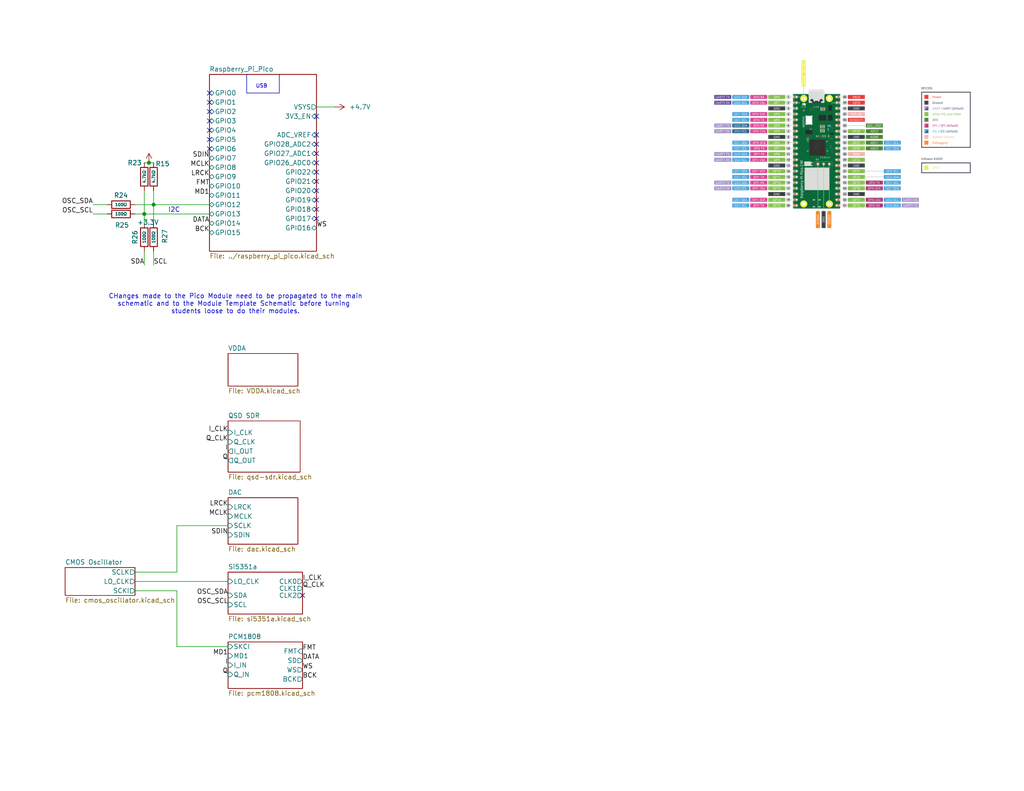
<source format=kicad_sch>
(kicad_sch (version 20250114) (generator "eeschema") (generator_version "9.0")
  (paper "USLetter")
  (lib_symbols
    (symbol "PCM_JLCPCB-Resistors:0805,100Ω" (pin_numbers (hide yes)) (pin_names (offset 0))
      (property "Reference" "R" (at 1.778 0 0))
      (property "Value" "100Ω" (at 0 0 90))
      (symbol "0805,100Ω_0_1"
        (rectangle (start -1.016 2.54) (end 1.016 -2.54) (stroke (width 0.254)))
      )
      (symbol "0805,100Ω_1_1"
        (pin passive line (at 0 3.81 270) (length 1.27) (name "~") (number "1"))
        (pin passive line (at 0 -3.81 90) (length 1.27) (name "~") (number "2"))
      )
    )
    (symbol "PCM_JLCPCB-Resistors:0805,4.7kΩ" (pin_numbers (hide yes)) (pin_names (offset 0))
      (property "Reference" "R" (at 1.778 0 0))
      (property "Value" "4.7kΩ" (at 0 0 90))
      (symbol "0805,4.7kΩ_0_1"
        (rectangle (start -1.016 2.54) (end 1.016 -2.54) (stroke (width 0.254)))
      )
      (symbol "0805,4.7kΩ_1_1"
        (pin passive line (at 0 3.81 270) (length 1.27) (name "~") (number "1"))
        (pin passive line (at 0 -3.81 90) (length 1.27) (name "~") (number "2"))
      )
    )
    (symbol "power:+3.3V" (power) (pin_names (offset 0))
      (property "Value" "+3.3V" (at 0 3.556 0))
      (symbol "+3.3V_0_1"
        (polyline (pts (xy -0.762 1.27) (xy 0 2.54)))
        (polyline (pts (xy 0 2.54) (xy 0.762 1.27)))
        (polyline (pts (xy 0 0) (xy 0 2.54)))
      )
      (symbol "+3.3V_1_1"
        (pin power_in line (at 0 0 90) (length 0) (hide yes) (name "+3.3V") (number "1"))
      )
    )
    (symbol "power:+5V" (power) (pin_names (offset 0))
      (property "Value" "+5V" (at 0 3.556 0))
      (symbol "+5V_0_1"
        (polyline (pts (xy -0.762 1.27) (xy 0 2.54)))
        (polyline (pts (xy 0 2.54) (xy 0.762 1.27)))
        (polyline (pts (xy 0 0) (xy 0 2.54)))
      )
      (symbol "+5V_1_1"
        (pin power_in line (at 0 0 90) (length 0) (hide yes) (name "+5V") (number "1"))
      )
    )
  )
  (text "CHanges made to the Pico Module need to be propagated to the main\nschematic and to the Module Template Schematic before turning \nstudents loose to do their modules." (at 64.262 83.058 0) (effects (font (size 1.27 1.27))))
  (text "I2C" (at 47.498 57.404 0) (effects (font (size 1.27 1.27))))
  (text "USB" (at 71.374 23.622 0) (effects (font (size 1.016 1.016))))
  (junction (at 39.37 58.42))
  (junction (at 40.64 44.45))
  (junction (at 41.91 55.88))
  (no_connect (at 86.36 59.69))
  (no_connect (at 86.36 49.53))
  (no_connect (at 57.15 27.94))
  (no_connect (at 57.15 25.4))
  (no_connect (at 86.36 44.45))
  (no_connect (at 57.15 35.56))
  (no_connect (at 57.15 30.48))
  (no_connect (at 86.36 52.07))
  (no_connect (at 57.15 33.02))
  (no_connect (at 86.36 54.61))
  (no_connect (at 82.55 162.56))
  (no_connect (at 86.36 46.99))
  (no_connect (at 57.15 40.64))
  (no_connect (at 86.36 39.37))
  (no_connect (at 86.36 36.83))
  (no_connect (at 57.15 38.1))
  (no_connect (at 86.36 41.91))
  (no_connect (at 86.36 57.15))
  (no_connect (at 86.36 31.75))
  (wire (pts (xy 36.83 55.88) (xy 41.91 55.88)))
  (wire (pts (xy 48.26 176.53) (xy 48.26 161.29)))
  (wire (pts (xy 41.91 68.58) (xy 41.91 72.39)))
  (wire (pts (xy 39.37 58.42) (xy 57.15 58.42)))
  (wire (pts (xy 39.37 68.58) (xy 39.37 72.39)))
  (polyline (pts (xy 67.31 25.4) (xy 76.2 25.4)))
  (wire (pts (xy 62.23 176.53) (xy 48.26 176.53)))
  (wire (pts (xy 41.91 52.07) (xy 41.91 55.88)))
  (wire (pts (xy 36.83 158.75) (xy 62.23 158.75)))
  (wire (pts (xy 25.4 58.42) (xy 29.21 58.42)))
  (wire (pts (xy 39.37 58.42) (xy 39.37 60.96)))
  (wire (pts (xy 39.37 52.07) (xy 39.37 58.42)))
  (wire (pts (xy 41.91 55.88) (xy 41.91 60.96)))
  (wire (pts (xy 39.37 44.45) (xy 40.64 44.45)))
  (wire (pts (xy 36.83 58.42) (xy 39.37 58.42)))
  (polyline (pts (xy 76.2 20.32) (xy 76.2 25.4)))
  (wire (pts (xy 91.44 29.21) (xy 86.36 29.21)))
  (wire (pts (xy 36.83 156.21) (xy 48.26 156.21)))
  (polyline (pts (xy 67.31 20.32) (xy 67.31 25.4)))
  (wire (pts (xy 48.26 143.51) (xy 62.23 143.51)))
  (wire (pts (xy 25.4 55.88) (xy 29.21 55.88)))
  (wire (pts (xy 48.26 156.21) (xy 48.26 143.51)))
  (wire (pts (xy 40.64 44.45) (xy 41.91 44.45)))
  (wire (pts (xy 48.26 161.29) (xy 36.83 161.29)))
  (wire (pts (xy 41.91 55.88) (xy 57.15 55.88)))
  (image (at 229.87 39.37))
  (label "WS" (at 82.55 182.88 0))
  (label "MCLK" (at 62.23 140.97 180))
  (label "SCL" (at 41.91 72.39 0))
  (label "OSC_SCL" (at 25.4 58.42 180))
  (label "I_CLK" (at 62.23 118.11 180))
  (label "DATA" (at 57.15 60.96 180))
  (label "BCK" (at 57.15 63.5 180))
  (label "Q_CLK" (at 62.23 120.65 180))
  (label "I" (at 62.23 123.19 180))
  (label "MCLK" (at 57.15 45.72 180))
  (label "OSC_SDA" (at 25.4 55.88 180))
  (label "Q" (at 62.23 184.15 180))
  (label "SDIN" (at 62.23 146.05 180))
  (label "OSC_SDA" (at 62.23 162.56 180))
  (label "Q" (at 62.23 125.73 180))
  (label "I_CLK" (at 82.55 158.75 0))
  (label "Q_CLK" (at 82.55 160.655 0))
  (label "SDA" (at 39.37 72.39 180))
  (label "SDIN" (at 57.15 43.18 180))
  (label "LRCK" (at 57.15 48.26 180))
  (label "WS" (at 86.36 62.23 0))
  (label "OSC_SCL" (at 62.23 165.1 180))
  (label "I" (at 62.23 181.61 180))
  (label "FMT" (at 57.15 50.8 180))
  (label "LRCK" (at 62.23 138.43 180))
  (label "FMT" (at 82.55 177.8 0))
  (label "BCK" (at 82.55 185.42 0))
  (label "DATA" (at 82.55 180.34 0))
  (label "MD1" (at 62.23 179.07 180))
  (label "MD1" (at 57.15 53.34 180))
  (symbol (lib_id "PCM_JLCPCB-Resistors:0805,100Ω") (at 41.91 64.77 180) (unit 1)
    (property "Reference" "R27" (at 44.958 64.516 90))
    (property "Value" "100Ω" (at 41.91 64.77 90) (effects (font (size 0.8 0.8))))
    (property "Footprint" "PCM_JLCPCB:R_0805" (effects (hide yes)))
    (property "Datasheet" "https://www.lcsc.com/datasheet/lcsc_datasheet_2411221126_UNI-ROYAL-Uniroyal-Elec-0805W8F1000T5E_C17408.pdf" (effects (hide yes)))
    (property "Description" "125mW Thick Film Resistors 150V ±100ppm/°C ±1% 100Ω 0805 Chip Resistor - Surface Mount ROHS" (effects (hide yes)))
    (property "LCSC" "C17408" (effects (hide yes)))
    (property "Stock" "3356429" (effects (hide yes)))
    (property "Price" "0.005USD" (effects (hide yes)))
    (property "Process" "SMT" (effects (hide yes)))
    (property "Minimum Qty" "20" (effects (hide yes)))
    (property "Attrition Qty" "10" (effects (hide yes)))
    (property "Class" "Basic Component" (effects (hide yes)))
    (property "Category" "Resistors,Chip Resistor - Surface Mount" (effects (hide yes)))
    (property "Manufacturer" "UNI-ROYAL(Uniroyal Elec)" (effects (hide yes)))
    (property "Part" "0805W8F1000T5E" (effects (hide yes)))
    (property "Resistance" "100Ω" (effects (hide yes)))
    (property "Power(Watts)" "125mW" (effects (hide yes)))
    (property "Type" "Thick Film Resistors" (effects (hide yes)))
    (property "Overload Voltage (Max)" "150V" (effects (hide yes)))
    (property "Operating Temperature Range" "-55°C~+155°C" (effects (hide yes)))
    (property "Tolerance" "±1%" (effects (hide yes)))
    (property "Temperature Coefficient" "±100ppm/°C" (effects (hide yes)))
  )
  (symbol (lib_id "PCM_JLCPCB-Resistors:0805,4.7kΩ") (at 39.37 48.26 0) (unit 1)
    (property "Reference" "R23" (at 34.798 44.45 0) (effects (justify left)))
    (property "Value" "4.7kΩ" (at 39.37 48.26 90) (effects (font (size 0.8 0.8))))
    (property "Footprint" "PCM_JLCPCB:R_0805" (effects (hide yes)))
    (property "Datasheet" "https://www.lcsc.com/datasheet/lcsc_datasheet_2206010200_UNI-ROYAL-Uniroyal-Elec-0805W8F4701T5E_C17673.pdf" (effects (hide yes)))
    (property "Description" "125mW Thick Film Resistors 150V ±100ppm/°C ±1% 4.7kΩ 0805 Chip Resistor - Surface Mount ROHS" (effects (hide yes)))
    (property "LCSC" "C17673" (effects (hide yes)))
    (property "Stock" "4733934" (effects (hide yes)))
    (property "Price" "0.005USD" (effects (hide yes)))
    (property "Process" "SMT" (effects (hide yes)))
    (property "Minimum Qty" "20" (effects (hide yes)))
    (property "Attrition Qty" "6" (effects (hide yes)))
    (property "Class" "Basic Component" (effects (hide yes)))
    (property "Category" "Resistors,Chip Resistor - Surface Mount" (effects (hide yes)))
    (property "Manufacturer" "UNI-ROYAL(Uniroyal Elec)" (effects (hide yes)))
    (property "Part" "0805W8F4701T5E" (effects (hide yes)))
    (property "Resistance" "4.7kΩ" (effects (hide yes)))
    (property "Power(Watts)" "125mW" (effects (hide yes)))
    (property "Type" "Thick Film Resistors" (effects (hide yes)))
    (property "Overload Voltage (Max)" "150V" (effects (hide yes)))
    (property "Operating Temperature Range" "-55°C~+155°C" (effects (hide yes)))
    (property "Tolerance" "±1%" (effects (hide yes)))
    (property "Temperature Coefficient" "±100ppm/°C" (effects (hide yes)))
  )
  (symbol (lib_id "power:+3.3V") (at 40.64 44.45 0) (mirror y) (unit 1)
    (property "Reference" "#PWR069" (effects (hide yes)))
    (property "Value" "+3.3V" (at 40.386 60.706 0))
  )
  (symbol (lib_id "PCM_JLCPCB-Resistors:0805,100Ω") (at 39.37 64.77 180) (unit 1)
    (property "Reference" "R26" (at 36.83 64.77 90))
    (property "Value" "100Ω" (at 39.37 64.77 90) (effects (font (size 0.8 0.8))))
    (property "Footprint" "PCM_JLCPCB:R_0805" (effects (hide yes)))
    (property "Datasheet" "https://www.lcsc.com/datasheet/lcsc_datasheet_2411221126_UNI-ROYAL-Uniroyal-Elec-0805W8F1000T5E_C17408.pdf" (effects (hide yes)))
    (property "Description" "125mW Thick Film Resistors 150V ±100ppm/°C ±1% 100Ω 0805 Chip Resistor - Surface Mount ROHS" (effects (hide yes)))
    (property "LCSC" "C17408" (effects (hide yes)))
    (property "Stock" "3356429" (effects (hide yes)))
    (property "Price" "0.005USD" (effects (hide yes)))
    (property "Process" "SMT" (effects (hide yes)))
    (property "Minimum Qty" "20" (effects (hide yes)))
    (property "Attrition Qty" "10" (effects (hide yes)))
    (property "Class" "Basic Component" (effects (hide yes)))
    (property "Category" "Resistors,Chip Resistor - Surface Mount" (effects (hide yes)))
    (property "Manufacturer" "UNI-ROYAL(Uniroyal Elec)" (effects (hide yes)))
    (property "Part" "0805W8F1000T5E" (effects (hide yes)))
    (property "Resistance" "100Ω" (effects (hide yes)))
    (property "Power(Watts)" "125mW" (effects (hide yes)))
    (property "Type" "Thick Film Resistors" (effects (hide yes)))
    (property "Overload Voltage (Max)" "150V" (effects (hide yes)))
    (property "Operating Temperature Range" "-55°C~+155°C" (effects (hide yes)))
    (property "Tolerance" "±1%" (effects (hide yes)))
    (property "Temperature Coefficient" "±100ppm/°C" (effects (hide yes)))
  )
  (symbol (lib_id "power:+5V") (at 91.44 29.21 270) (mirror x) (unit 1)
    (property "Reference" "#PWR070" (effects (hide yes)))
    (property "Value" "+4.7V" (at 95.25 29.2099 90) (effects (justify left)))
  )
  (symbol (lib_id "PCM_JLCPCB-Resistors:0805,100Ω") (at 33.02 55.88 90) (unit 1)
    (property "Reference" "R24" (at 33.02 53.34 90))
    (property "Value" "100Ω" (at 33.02 55.88 90) (effects (font (size 0.8 0.8))))
    (property "Footprint" "PCM_JLCPCB:R_0805" (effects (hide yes)))
    (property "Datasheet" "https://www.lcsc.com/datasheet/lcsc_datasheet_2411221126_UNI-ROYAL-Uniroyal-Elec-0805W8F1000T5E_C17408.pdf" (effects (hide yes)))
    (property "Description" "125mW Thick Film Resistors 150V ±100ppm/°C ±1% 100Ω 0805 Chip Resistor - Surface Mount ROHS" (effects (hide yes)))
    (property "LCSC" "C17408" (effects (hide yes)))
    (property "Stock" "3356429" (effects (hide yes)))
    (property "Price" "0.005USD" (effects (hide yes)))
    (property "Process" "SMT" (effects (hide yes)))
    (property "Minimum Qty" "20" (effects (hide yes)))
    (property "Attrition Qty" "10" (effects (hide yes)))
    (property "Class" "Basic Component" (effects (hide yes)))
    (property "Category" "Resistors,Chip Resistor - Surface Mount" (effects (hide yes)))
    (property "Manufacturer" "UNI-ROYAL(Uniroyal Elec)" (effects (hide yes)))
    (property "Part" "0805W8F1000T5E" (effects (hide yes)))
    (property "Resistance" "100Ω" (effects (hide yes)))
    (property "Power(Watts)" "125mW" (effects (hide yes)))
    (property "Type" "Thick Film Resistors" (effects (hide yes)))
    (property "Overload Voltage (Max)" "150V" (effects (hide yes)))
    (property "Operating Temperature Range" "-55°C~+155°C" (effects (hide yes)))
    (property "Tolerance" "±1%" (effects (hide yes)))
    (property "Temperature Coefficient" "±100ppm/°C" (effects (hide yes)))
  )
  (symbol (lib_id "PCM_JLCPCB-Resistors:0805,100Ω") (at 33.02 58.42 90) (unit 1)
    (property "Reference" "R25" (at 33.274 61.468 90))
    (property "Value" "100Ω" (at 33.02 58.42 90) (effects (font (size 0.8 0.8))))
    (property "Footprint" "PCM_JLCPCB:R_0805" (effects (hide yes)))
    (property "Datasheet" "https://www.lcsc.com/datasheet/lcsc_datasheet_2411221126_UNI-ROYAL-Uniroyal-Elec-0805W8F1000T5E_C17408.pdf" (effects (hide yes)))
    (property "Description" "125mW Thick Film Resistors 150V ±100ppm/°C ±1% 100Ω 0805 Chip Resistor - Surface Mount ROHS" (effects (hide yes)))
    (property "LCSC" "C17408" (effects (hide yes)))
    (property "Stock" "3356429" (effects (hide yes)))
    (property "Price" "0.005USD" (effects (hide yes)))
    (property "Process" "SMT" (effects (hide yes)))
    (property "Minimum Qty" "20" (effects (hide yes)))
    (property "Attrition Qty" "10" (effects (hide yes)))
    (property "Class" "Basic Component" (effects (hide yes)))
    (property "Category" "Resistors,Chip Resistor - Surface Mount" (effects (hide yes)))
    (property "Manufacturer" "UNI-ROYAL(Uniroyal Elec)" (effects (hide yes)))
    (property "Part" "0805W8F1000T5E" (effects (hide yes)))
    (property "Resistance" "100Ω" (effects (hide yes)))
    (property "Power(Watts)" "125mW" (effects (hide yes)))
    (property "Type" "Thick Film Resistors" (effects (hide yes)))
    (property "Overload Voltage (Max)" "150V" (effects (hide yes)))
    (property "Operating Temperature Range" "-55°C~+155°C" (effects (hide yes)))
    (property "Tolerance" "±1%" (effects (hide yes)))
    (property "Temperature Coefficient" "±100ppm/°C" (effects (hide yes)))
  )
  (symbol (lib_id "PCM_JLCPCB-Resistors:0805,4.7kΩ") (at 41.91 48.26 0) (unit 1)
    (property "Reference" "R15" (at 42.418 44.704 0) (effects (justify left)))
    (property "Value" "4.7kΩ" (at 41.91 48.26 90) (effects (font (size 0.8 0.8))))
    (property "Footprint" "PCM_JLCPCB:R_0805" (effects (hide yes)))
    (property "Datasheet" "https://www.lcsc.com/datasheet/lcsc_datasheet_2206010200_UNI-ROYAL-Uniroyal-Elec-0805W8F4701T5E_C17673.pdf" (effects (hide yes)))
    (property "Description" "125mW Thick Film Resistors 150V ±100ppm/°C ±1% 4.7kΩ 0805 Chip Resistor - Surface Mount ROHS" (effects (hide yes)))
    (property "LCSC" "C17673" (effects (hide yes)))
    (property "Stock" "4733934" (effects (hide yes)))
    (property "Price" "0.005USD" (effects (hide yes)))
    (property "Process" "SMT" (effects (hide yes)))
    (property "Minimum Qty" "20" (effects (hide yes)))
    (property "Attrition Qty" "6" (effects (hide yes)))
    (property "Class" "Basic Component" (effects (hide yes)))
    (property "Category" "Resistors,Chip Resistor - Surface Mount" (effects (hide yes)))
    (property "Manufacturer" "UNI-ROYAL(Uniroyal Elec)" (effects (hide yes)))
    (property "Part" "0805W8F4701T5E" (effects (hide yes)))
    (property "Resistance" "4.7kΩ" (effects (hide yes)))
    (property "Power(Watts)" "125mW" (effects (hide yes)))
    (property "Type" "Thick Film Resistors" (effects (hide yes)))
    (property "Overload Voltage (Max)" "150V" (effects (hide yes)))
    (property "Operating Temperature Range" "-55°C~+155°C" (effects (hide yes)))
    (property "Tolerance" "±1%" (effects (hide yes)))
    (property "Temperature Coefficient" "±100ppm/°C" (effects (hide yes)))
  )
  (sheet (at 62.23 175.26) (size 20.32 12.7) (stroke (width 0.1524))
    (property "Sheetname" "PCM1808" (at 62.23 174.5484 0) (effects (justify left bottom)))
    (property "Sheetfile" "pcm1808.kicad_sch" (at 62.23 188.5446 0) (effects (justify left top)))
    (pin "BCK" output (at 82.55 185.42 0))
    (pin "I_IN" input (at 62.23 181.61 180))
    (pin "Q_IN" input (at 62.23 184.15 180))
    (pin "SD" output (at 82.55 180.34 0))
    (pin "WS" output (at 82.55 182.88 0))
    (pin "MD1" input (at 62.23 179.07 180))
    (pin "FMT" input (at 82.55 177.8 0))
    (pin "SKCI" input (at 62.23 176.53 180))
  )
  (sheet (at 17.78 154.94) (size 19.05 7.62) (stroke (width 0.1524))
    (property "Sheetname" "CMOS Oscillator" (at 17.78 154.2284 0) (effects (justify left bottom)))
    (property "Sheetfile" "cmos_oscillator.kicad_sch" (at 17.78 163.1446 0) (effects (justify left top)))
    (pin "LO_CLK" output (at 36.83 158.75 0))
    (pin "SCKI" output (at 36.83 161.29 0))
    (pin "SCLK" output (at 36.83 156.21 0))
  )
  (sheet (at 62.23 135.89) (size 19.05 12.7) (stroke (width 0.1524))
    (property "Sheetname" "DAC" (at 62.23 135.1784 0) (effects (justify left bottom)))
    (property "Sheetfile" "dac.kicad_sch" (at 62.23 149.1746 0) (effects (justify left top)))
    (pin "LRCK" input (at 62.23 138.43 180))
    (pin "MCLK" input (at 62.23 140.97 180))
    (pin "SCLK" input (at 62.23 143.51 180))
    (pin "SDIN" input (at 62.23 146.05 180))
  )
  (sheet (at 62.23 156.21) (size 20.32 11.43) (stroke (width 0.1524))
    (property "Sheetname" "Si5351a" (at 62.23 155.4984 0) (effects (justify left bottom)))
    (property "Sheetfile" "si5351a.kicad_sch" (at 62.23 168.2246 0) (effects (justify left top)))
    (pin "SDA" input (at 62.23 162.56 180))
    (pin "SCL" input (at 62.23 165.1 180))
    (pin "CLK0" output (at 82.55 158.75 0))
    (pin "CLK1" output (at 82.55 160.655 0))
    (pin "CLK2" output (at 82.55 162.56 0))
    (pin "LO_CLK" input (at 62.23 158.75 180))
  )
  (sheet (at 62.23 114.935) (size 19.685 13.97) (stroke (width 0.1524))
    (property "Sheetname" "QSD SDR" (at 62.23 114.2234 0) (effects (justify left bottom)))
    (property "Sheetfile" "qsd-sdr.kicad_sch" (at 62.23 129.4896 0) (effects (justify left top)))
    (pin "I_CLK" input (at 62.23 118.11 180))
    (pin "Q_CLK" input (at 62.23 120.65 180))
    (pin "I_OUT" output (at 62.23 123.19 180))
    (pin "Q_OUT" output (at 62.23 125.73 180))
  )
  (sheet (at 62.23 96.52) (size 19.05 8.89) (stroke (width 0.1524))
    (property "Sheetname" "VDDA" (at 62.23 95.8084 0) (effects (justify left bottom)))
    (property "Sheetfile" "VDDA.kicad_sch" (at 62.23 105.9946 0) (effects (justify left top)))
  )
  (sheet (at 57.15 20.32) (size 29.21 48.26) (stroke (width 0.1524))
    (property "Sheetname" "Raspberry_Pi_Pico" (at 57.15 19.6084 0) (effects (justify left bottom)))
    (property "Sheetfile" "../raspberry_pi_pico.kicad_sch" (at 57.15 69.1646 0) (effects (justify left top)))
    (pin "GPIO28_ADC2" bidirectional (at 86.36 39.37 0))
    (pin "GPIO26_ADC0" bidirectional (at 86.36 44.45 0))
    (pin "ADC_VREF" input (at 86.36 36.83 0))
    (pin "GPIO27_ADC1" bidirectional (at 86.36 41.91 0))
    (pin "VSYS" output (at 86.36 29.21 0))
    (pin "3V3_EN" input (at 86.36 31.75 0))
    (pin "GPIO18" bidirectional (at 86.36 57.15 0))
    (pin "GPIO21" bidirectional (at 86.36 49.53 0))
    (pin "GPIO19" bidirectional (at 86.36 54.61 0))
    (pin "GPIO20" bidirectional (at 86.36 52.07 0))
    (pin "GPIO22" bidirectional (at 86.36 46.99 0))
    (pin "GPIO17" bidirectional (at 86.36 59.69 0))
    (pin "GPIO16" bidirectional (at 86.36 62.23 0))
    (pin "GPIO4" bidirectional (at 57.15 35.56 180))
    (pin "GPIO8" bidirectional (at 57.15 45.72 180))
    (pin "GPIO0" bidirectional (at 57.15 25.4 180))
    (pin "GPIO1" bidirectional (at 57.15 27.94 180))
    (pin "GPIO2" bidirectional (at 57.15 30.48 180))
    (pin "GPIO3" bidirectional (at 57.15 33.02 180))
    (pin "GPIO7" bidirectional (at 57.15 43.18 180))
    (pin "GPIO5" bidirectional (at 57.15 38.1 180))
    (pin "GPIO6" bidirectional (at 57.15 40.64 180))
    (pin "GPIO9" bidirectional (at 57.15 48.26 180))
    (pin "GPIO10" bidirectional (at 57.15 50.8 180))
    (pin "GPIO11" bidirectional (at 57.15 53.34 180))
    (pin "GPIO12" bidirectional (at 57.15 55.88 180))
    (pin "GPIO13" bidirectional (at 57.15 58.42 180))
    (pin "GPIO14" bidirectional (at 57.15 60.96 180))
    (pin "GPIO15" bidirectional (at 57.15 63.5 180))
  )
)
</source>
